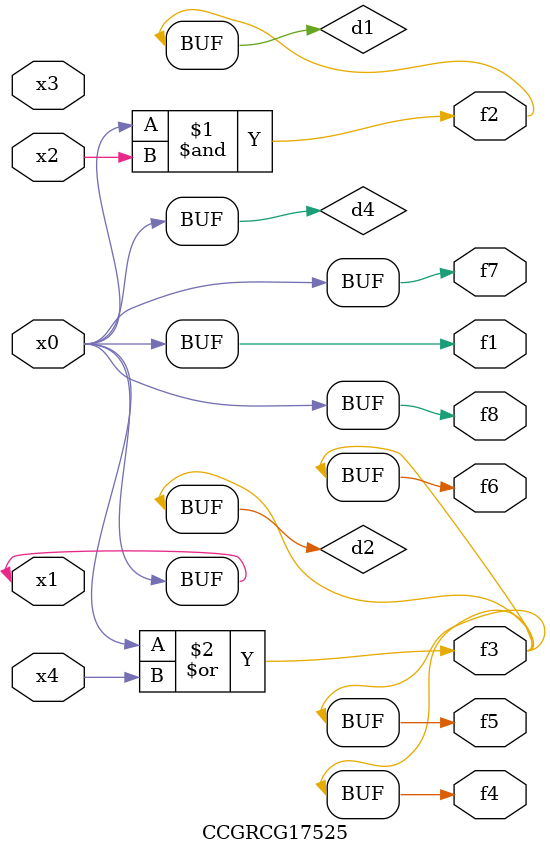
<source format=v>
module CCGRCG17525(
	input x0, x1, x2, x3, x4,
	output f1, f2, f3, f4, f5, f6, f7, f8
);

	wire d1, d2, d3, d4;

	and (d1, x0, x2);
	or (d2, x0, x4);
	nand (d3, x0, x2);
	buf (d4, x0, x1);
	assign f1 = d4;
	assign f2 = d1;
	assign f3 = d2;
	assign f4 = d2;
	assign f5 = d2;
	assign f6 = d2;
	assign f7 = d4;
	assign f8 = d4;
endmodule

</source>
